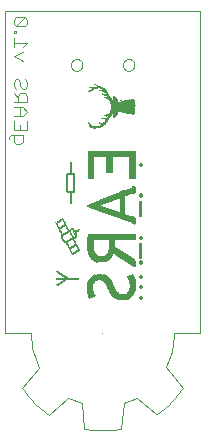
<source format=gbo>
G75*
%MOIN*%
%OFA0B0*%
%FSLAX24Y24*%
%IPPOS*%
%LPD*%
%AMOC8*
5,1,8,0,0,1.08239X$1,22.5*
%
%ADD10C,0.0000*%
%ADD11C,0.0040*%
%ADD12R,0.0008X0.0045*%
%ADD13R,0.0008X0.0037*%
%ADD14R,0.0008X0.0060*%
%ADD15R,0.0008X0.0067*%
%ADD16R,0.0008X0.0090*%
%ADD17R,0.0008X0.0083*%
%ADD18R,0.0008X0.0098*%
%ADD19R,0.0008X0.0517*%
%ADD20R,0.0008X0.0105*%
%ADD21R,0.0008X0.0113*%
%ADD22R,0.0008X0.0120*%
%ADD23R,0.0008X0.0165*%
%ADD24R,0.0008X0.0270*%
%ADD25R,0.0008X0.0345*%
%ADD26R,0.0008X0.0398*%
%ADD27R,0.0008X0.0233*%
%ADD28R,0.0008X0.0210*%
%ADD29R,0.0008X0.0915*%
%ADD30R,0.0008X0.0022*%
%ADD31R,0.0008X0.0450*%
%ADD32R,0.0008X0.0248*%
%ADD33R,0.0008X0.0240*%
%ADD34R,0.0008X0.0922*%
%ADD35R,0.0008X0.0488*%
%ADD36R,0.0008X0.0300*%
%ADD37R,0.0008X0.0525*%
%ADD38R,0.0008X0.0382*%
%ADD39R,0.0008X0.0563*%
%ADD40R,0.0008X0.0435*%
%ADD41R,0.0008X0.0592*%
%ADD42R,0.0008X0.0495*%
%ADD43R,0.0008X0.0623*%
%ADD44R,0.0008X0.0638*%
%ADD45R,0.0008X0.0668*%
%ADD46R,0.0008X0.0690*%
%ADD47R,0.0008X0.0705*%
%ADD48R,0.0008X0.0510*%
%ADD49R,0.0008X0.0712*%
%ADD50R,0.0008X0.0720*%
%ADD51R,0.0008X0.0727*%
%ADD52R,0.0008X0.0735*%
%ADD53R,0.0008X0.0742*%
%ADD54R,0.0008X0.0750*%
%ADD55R,0.0008X0.0480*%
%ADD56R,0.0008X0.0757*%
%ADD57R,0.0008X0.0765*%
%ADD58R,0.0008X0.0225*%
%ADD59R,0.0008X0.0352*%
%ADD60R,0.0008X0.0278*%
%ADD61R,0.0008X0.0473*%
%ADD62R,0.0008X0.0323*%
%ADD63R,0.0008X0.0465*%
%ADD64R,0.0008X0.0308*%
%ADD65R,0.0008X0.0293*%
%ADD66R,0.0008X0.0180*%
%ADD67R,0.0008X0.0158*%
%ADD68R,0.0008X0.0127*%
%ADD69R,0.0008X0.0262*%
%ADD70R,0.0008X0.0255*%
%ADD71R,0.0008X0.0075*%
%ADD72R,0.0008X0.0030*%
%ADD73R,0.0008X0.0015*%
%ADD74R,0.0008X0.0217*%
%ADD75R,0.0008X0.0428*%
%ADD76R,0.0008X0.0150*%
%ADD77R,0.0008X0.0143*%
%ADD78R,0.0008X0.0420*%
%ADD79R,0.0008X0.1020*%
%ADD80R,0.0008X0.0135*%
%ADD81R,0.0008X0.0285*%
%ADD82R,0.0008X0.1013*%
%ADD83R,0.0008X0.1005*%
%ADD84R,0.0008X0.0998*%
%ADD85R,0.0008X0.0990*%
%ADD86R,0.0008X0.0983*%
%ADD87R,0.0008X0.0975*%
%ADD88R,0.0008X0.0315*%
%ADD89R,0.0008X0.0960*%
%ADD90R,0.0008X0.0953*%
%ADD91R,0.0008X0.0053*%
%ADD92R,0.0008X0.0945*%
%ADD93R,0.0008X0.0930*%
%ADD94R,0.0008X0.0330*%
%ADD95R,0.0008X0.0008*%
%ADD96R,0.0008X0.0338*%
%ADD97R,0.0008X0.0907*%
%ADD98R,0.0008X0.0360*%
%ADD99R,0.0008X0.0532*%
%ADD100R,0.0008X0.0578*%
%ADD101R,0.0008X0.0600*%
%ADD102R,0.0008X0.0607*%
%ADD103R,0.0008X0.0203*%
%ADD104R,0.0008X0.0653*%
%ADD105R,0.0008X0.0683*%
%ADD106R,0.0008X0.0660*%
%ADD107R,0.0008X0.0375*%
%ADD108R,0.0008X0.0548*%
%ADD109R,0.0008X0.0390*%
%ADD110R,0.0008X0.0645*%
%ADD111R,0.0008X0.0413*%
%ADD112R,0.0008X0.0457*%
%ADD113R,0.0008X0.0442*%
%ADD114R,0.0008X0.0772*%
%ADD115R,0.0008X0.0780*%
%ADD116R,0.0008X0.0195*%
%ADD117R,0.0008X0.0788*%
%ADD118R,0.0008X0.0795*%
%ADD119R,0.0008X0.0187*%
%ADD120R,0.0008X0.0810*%
%ADD121R,0.0008X0.0173*%
%ADD122R,0.0008X0.0818*%
%ADD123R,0.0008X0.0825*%
%ADD124R,0.0008X0.0833*%
%ADD125R,0.0008X0.0840*%
%ADD126R,0.0008X0.0848*%
%ADD127R,0.0008X0.0405*%
%ADD128R,0.0008X0.0367*%
%ADD129R,0.0008X0.0885*%
%ADD130R,0.0008X0.0877*%
%ADD131R,0.0008X0.0870*%
%ADD132R,0.0008X0.0698*%
%ADD133R,0.0008X0.0862*%
%ADD134R,0.0008X0.0855*%
%ADD135R,0.0008X0.0675*%
%ADD136R,0.0008X0.0630*%
%ADD137R,0.0008X0.0615*%
%ADD138R,0.0008X0.0570*%
%ADD139R,0.0008X0.0540*%
D10*
X000743Y001523D02*
X001318Y002198D01*
X001055Y003348D02*
X000180Y003348D01*
X000180Y014094D01*
X006675Y014094D01*
X006675Y003348D01*
X006680Y003348D02*
X005805Y003348D01*
X005555Y002223D02*
X006118Y001523D01*
X005218Y000636D02*
X004568Y001198D01*
X004143Y001023D02*
X004055Y000161D01*
X002805Y000161D02*
X002743Y001011D01*
X002293Y001198D02*
X001655Y000623D01*
X005555Y002224D02*
X005594Y002304D01*
X005629Y002387D01*
X005661Y002470D01*
X005691Y002555D01*
X005717Y002641D01*
X005739Y002727D01*
X005759Y002815D01*
X005775Y002903D01*
X005788Y002991D01*
X005797Y003080D01*
X005803Y003170D01*
X005806Y003259D01*
X005805Y003349D01*
X001318Y002198D02*
X001276Y002288D01*
X001238Y002380D01*
X001203Y002472D01*
X001172Y002567D01*
X001144Y002662D01*
X001120Y002758D01*
X001100Y002855D01*
X001083Y002953D01*
X001071Y003051D01*
X001062Y003150D01*
X001056Y003249D01*
X001055Y003348D01*
X003430Y003348D02*
X003430Y003336D01*
X002805Y000161D02*
X002908Y000142D01*
X003012Y000127D01*
X003116Y000115D01*
X003221Y000107D01*
X003325Y000102D01*
X003430Y000100D01*
X003535Y000102D01*
X003639Y000107D01*
X003744Y000115D01*
X003848Y000127D01*
X003952Y000142D01*
X004055Y000161D01*
X004143Y001023D02*
X004231Y001052D01*
X004317Y001083D01*
X004402Y001118D01*
X004486Y001157D01*
X004568Y001198D01*
X001655Y000623D02*
X001566Y000683D01*
X001480Y000747D01*
X001395Y000813D01*
X001312Y000882D01*
X001232Y000953D01*
X001154Y001028D01*
X001079Y001104D01*
X001006Y001183D01*
X000936Y001265D01*
X000869Y001349D01*
X000804Y001435D01*
X000743Y001523D01*
X005217Y000636D02*
X005305Y000695D01*
X005390Y000758D01*
X005474Y000823D01*
X005555Y000891D01*
X005634Y000962D01*
X005711Y001035D01*
X005785Y001111D01*
X005857Y001189D01*
X005926Y001269D01*
X005992Y001352D01*
X006056Y001436D01*
X006117Y001523D01*
X002742Y001011D02*
X002649Y001041D01*
X002558Y001075D01*
X002468Y001112D01*
X002379Y001153D01*
X002292Y001198D01*
X002372Y012285D02*
X002374Y012312D01*
X002380Y012339D01*
X002389Y012365D01*
X002402Y012389D01*
X002418Y012412D01*
X002437Y012431D01*
X002459Y012448D01*
X002483Y012462D01*
X002508Y012472D01*
X002535Y012479D01*
X002562Y012482D01*
X002590Y012481D01*
X002617Y012476D01*
X002643Y012468D01*
X002667Y012456D01*
X002690Y012440D01*
X002711Y012422D01*
X002728Y012401D01*
X002743Y012377D01*
X002754Y012352D01*
X002762Y012326D01*
X002766Y012299D01*
X002766Y012271D01*
X002762Y012244D01*
X002754Y012218D01*
X002743Y012193D01*
X002728Y012169D01*
X002711Y012148D01*
X002690Y012130D01*
X002668Y012114D01*
X002643Y012102D01*
X002617Y012094D01*
X002590Y012089D01*
X002562Y012088D01*
X002535Y012091D01*
X002508Y012098D01*
X002483Y012108D01*
X002459Y012122D01*
X002437Y012139D01*
X002418Y012158D01*
X002402Y012181D01*
X002389Y012205D01*
X002380Y012231D01*
X002374Y012258D01*
X002372Y012285D01*
X004104Y012285D02*
X004106Y012312D01*
X004112Y012339D01*
X004121Y012365D01*
X004134Y012389D01*
X004150Y012412D01*
X004169Y012431D01*
X004191Y012448D01*
X004215Y012462D01*
X004240Y012472D01*
X004267Y012479D01*
X004294Y012482D01*
X004322Y012481D01*
X004349Y012476D01*
X004375Y012468D01*
X004399Y012456D01*
X004422Y012440D01*
X004443Y012422D01*
X004460Y012401D01*
X004475Y012377D01*
X004486Y012352D01*
X004494Y012326D01*
X004498Y012299D01*
X004498Y012271D01*
X004494Y012244D01*
X004486Y012218D01*
X004475Y012193D01*
X004460Y012169D01*
X004443Y012148D01*
X004422Y012130D01*
X004400Y012114D01*
X004375Y012102D01*
X004349Y012094D01*
X004322Y012089D01*
X004294Y012088D01*
X004267Y012091D01*
X004240Y012098D01*
X004215Y012108D01*
X004191Y012122D01*
X004169Y012139D01*
X004150Y012158D01*
X004134Y012181D01*
X004121Y012205D01*
X004112Y012231D01*
X004106Y012258D01*
X004104Y012285D01*
D11*
X000928Y011725D02*
X000928Y011572D01*
X000851Y011495D01*
X000774Y011495D01*
X000698Y011572D01*
X000698Y011725D01*
X000621Y011802D01*
X000544Y011802D01*
X000468Y011725D01*
X000468Y011572D01*
X000544Y011495D01*
X000468Y011341D02*
X000621Y011188D01*
X000621Y011265D02*
X000621Y011034D01*
X000698Y010881D02*
X000698Y010574D01*
X000774Y010574D02*
X000928Y010728D01*
X000774Y010881D01*
X000468Y010881D01*
X000468Y011034D02*
X000928Y011034D01*
X000928Y011265D01*
X000851Y011341D01*
X000698Y011341D01*
X000621Y011265D01*
X000928Y011725D02*
X000851Y011802D01*
X000774Y012416D02*
X000468Y012569D01*
X000774Y012723D01*
X000774Y012876D02*
X000928Y013030D01*
X000468Y013030D01*
X000468Y013183D02*
X000468Y012876D01*
X000468Y013336D02*
X000468Y013413D01*
X000544Y013413D01*
X000544Y013336D01*
X000468Y013336D01*
X000544Y013567D02*
X000851Y013874D01*
X000544Y013874D01*
X000468Y013797D01*
X000468Y013643D01*
X000544Y013567D01*
X000851Y013567D01*
X000928Y013643D01*
X000928Y013797D01*
X000851Y013874D01*
X000774Y010574D02*
X000468Y010574D01*
X000468Y010421D02*
X000468Y010114D01*
X000928Y010114D01*
X000928Y010421D01*
X000698Y010267D02*
X000698Y010114D01*
X000774Y009960D02*
X000774Y009730D01*
X000698Y009653D01*
X000544Y009653D01*
X000468Y009730D01*
X000468Y009960D01*
X000391Y009960D02*
X000774Y009960D01*
X000391Y009960D02*
X000314Y009884D01*
X000314Y009807D01*
D12*
X001988Y007050D03*
X001995Y007057D03*
X002010Y007065D03*
X002018Y007072D03*
X002033Y007080D03*
X002040Y007087D03*
X002048Y007095D03*
X002063Y007102D03*
X002070Y007110D03*
X002078Y007117D03*
X002085Y007117D03*
X002093Y007125D03*
X002100Y007132D03*
X002115Y007140D03*
X002183Y006937D03*
X002190Y006937D03*
X002175Y006930D03*
X002168Y006922D03*
X002160Y006922D03*
X002153Y006915D03*
X002138Y006907D03*
X002130Y006900D03*
X002123Y006900D03*
X002115Y006892D03*
X002108Y006885D03*
X002100Y006885D03*
X002093Y006877D03*
X002085Y006870D03*
X002078Y006870D03*
X002070Y006862D03*
X002063Y006855D03*
X002055Y006855D03*
X002048Y006847D03*
X002040Y006840D03*
X001958Y007027D03*
X001965Y007035D03*
X001980Y007042D03*
X002183Y006652D03*
X002190Y006652D03*
X002198Y006660D03*
X002205Y006660D03*
X002213Y006667D03*
X002228Y006675D03*
X002243Y006682D03*
X002258Y006690D03*
X002265Y006697D03*
X002273Y006697D03*
X002280Y006705D03*
X002288Y006705D03*
X002295Y006712D03*
X002340Y006735D03*
X002348Y006742D03*
X002355Y006742D03*
X002363Y006750D03*
X002408Y006810D03*
X002415Y006817D03*
X002430Y006817D03*
X002453Y006810D03*
X002468Y006802D03*
X002475Y006795D03*
X002528Y006742D03*
X002535Y006742D03*
X002565Y006750D03*
X002640Y006765D03*
X002550Y006525D03*
X002505Y006525D03*
X002498Y006532D03*
X002453Y006502D03*
X002445Y006502D03*
X002438Y006495D03*
X002430Y006487D03*
X002423Y006487D03*
X002415Y006480D03*
X002408Y006472D03*
X002400Y006472D03*
X002393Y006465D03*
X002385Y006465D03*
X002378Y006457D03*
X002370Y006450D03*
X002363Y006450D03*
X002355Y006442D03*
X002348Y006435D03*
X002340Y006435D03*
X002333Y006427D03*
X002318Y006420D03*
X002310Y006412D03*
X002303Y006412D03*
X002295Y006405D03*
X002288Y006397D03*
X002280Y006397D03*
X002228Y006375D03*
X002213Y006382D03*
X002198Y006390D03*
X002190Y006397D03*
X002138Y006622D03*
X002130Y006622D03*
X002145Y006630D03*
X002160Y006637D03*
X002175Y006645D03*
X002400Y006187D03*
X002393Y006180D03*
X002385Y006180D03*
X002415Y006195D03*
X002423Y006202D03*
X002430Y006202D03*
X002438Y006210D03*
X002445Y006217D03*
X002453Y006217D03*
X002460Y006225D03*
X002468Y006232D03*
X002475Y006232D03*
X002483Y006240D03*
X002490Y006240D03*
X002498Y006247D03*
X002505Y006255D03*
X002513Y006255D03*
X002520Y006262D03*
X002528Y006270D03*
X002535Y006270D03*
X002543Y006277D03*
X002640Y006097D03*
X002633Y006090D03*
X002625Y006082D03*
X002618Y006082D03*
X002610Y006075D03*
X002603Y006075D03*
X002595Y006067D03*
X002588Y006060D03*
X002580Y006060D03*
X002573Y006052D03*
X002565Y006052D03*
X002558Y006045D03*
X002550Y006037D03*
X002543Y006037D03*
X002535Y006030D03*
X002528Y006030D03*
X002520Y006022D03*
X002513Y006015D03*
X002505Y006015D03*
X002498Y006007D03*
X002490Y006007D03*
X002483Y006000D03*
X002475Y005992D03*
X002468Y005992D03*
X002460Y005985D03*
X002453Y005985D03*
X002138Y005265D03*
X002130Y005265D03*
X002123Y005272D03*
X002115Y005280D03*
X002108Y005280D03*
X002100Y005287D03*
X002093Y005295D03*
X002085Y005295D03*
X002078Y005302D03*
X002070Y005310D03*
X002063Y005310D03*
X002055Y005317D03*
X002048Y005325D03*
X002040Y005325D03*
X002033Y005332D03*
X002025Y005340D03*
X002018Y005340D03*
X002010Y005347D03*
X002003Y005355D03*
X001995Y005355D03*
X001988Y005362D03*
X001980Y005370D03*
X001973Y005370D03*
X001965Y005377D03*
X001950Y005385D03*
X001943Y005392D03*
X002115Y005055D03*
X002108Y005047D03*
X002093Y005040D03*
X002085Y005032D03*
X002070Y005025D03*
X002063Y005017D03*
X002048Y005010D03*
X002040Y005002D03*
X002025Y004995D03*
X002018Y004987D03*
X002003Y004980D03*
X001995Y004972D03*
X001980Y004965D03*
X001973Y004957D03*
X001958Y004950D03*
X001950Y004942D03*
X001935Y004935D03*
X002130Y005062D03*
X002138Y005070D03*
X002153Y005077D03*
X002160Y005085D03*
X002175Y005092D03*
X002183Y005100D03*
X002198Y005107D03*
X002205Y005115D03*
X002280Y005167D03*
X002288Y005167D03*
X002213Y005212D03*
X002205Y005220D03*
X002198Y005220D03*
X002190Y005227D03*
X002183Y005235D03*
X002175Y005235D03*
X002168Y005242D03*
X002160Y005250D03*
X002153Y005250D03*
X002145Y005257D03*
X002378Y008662D03*
X003158Y010222D03*
X003165Y010222D03*
X003173Y010222D03*
X003180Y010222D03*
X003188Y010222D03*
X003195Y010222D03*
X003203Y010222D03*
X003210Y010222D03*
X003248Y010215D03*
X003563Y010485D03*
X003615Y010605D03*
X003623Y010605D03*
X003630Y010605D03*
X003638Y011167D03*
X003623Y011175D03*
X003578Y011287D03*
X003570Y011287D03*
X003563Y011287D03*
X003480Y011415D03*
X003293Y011535D03*
X003218Y011520D03*
X003210Y011520D03*
X003203Y011520D03*
X003195Y011520D03*
X003135Y011475D03*
X003128Y011475D03*
X003120Y011467D03*
X003105Y011460D03*
X003090Y011452D03*
X004680Y008947D03*
X004785Y008947D03*
X004785Y007935D03*
X004680Y007935D03*
X004680Y005700D03*
X004785Y005700D03*
X004680Y005212D03*
X004680Y004875D03*
X004785Y004875D03*
X004785Y004530D03*
X004680Y004530D03*
D13*
X004785Y005216D03*
X004290Y005216D03*
X004680Y006506D03*
X004785Y006506D03*
X003240Y010218D03*
X003233Y010218D03*
X003225Y010218D03*
X003218Y010218D03*
X003098Y010203D03*
X003068Y010263D03*
X003060Y010263D03*
X003053Y010271D03*
X003045Y010278D03*
X003038Y010286D03*
X003030Y010293D03*
X003023Y010301D03*
X003015Y010308D03*
X003008Y010316D03*
X003420Y010331D03*
X003428Y010331D03*
X003435Y010331D03*
X003443Y010331D03*
X003450Y010331D03*
X003458Y010331D03*
X003540Y010481D03*
X003548Y010481D03*
X003555Y010481D03*
X003570Y010593D03*
X003578Y010593D03*
X003593Y010601D03*
X003600Y010601D03*
X003608Y010601D03*
X003630Y011171D03*
X003615Y011178D03*
X003608Y011178D03*
X003600Y011178D03*
X003555Y011291D03*
X003548Y011291D03*
X003540Y011291D03*
X003533Y011291D03*
X003525Y011291D03*
X003473Y011411D03*
X003465Y011411D03*
X003458Y011411D03*
X003285Y011531D03*
X003270Y011523D03*
X003263Y011523D03*
X003255Y011523D03*
X003248Y011523D03*
X003240Y011523D03*
X003233Y011523D03*
X003225Y011523D03*
X003135Y011523D03*
X003113Y011463D03*
X003098Y011456D03*
X003083Y011448D03*
X003075Y011441D03*
X003068Y011441D03*
X003060Y011433D03*
X003053Y011426D03*
X003038Y011418D03*
X003953Y010676D03*
X004095Y011066D03*
X002483Y008658D03*
X002475Y008658D03*
X002468Y008658D03*
X002460Y008658D03*
X002453Y008658D03*
X002445Y008658D03*
X002438Y008658D03*
X002430Y008658D03*
X002423Y008658D03*
X002370Y008658D03*
X002363Y008658D03*
X002355Y008658D03*
X002348Y008658D03*
X002340Y008658D03*
X002333Y008658D03*
X002325Y008658D03*
X002318Y008658D03*
X002310Y008658D03*
X002303Y008658D03*
X002303Y008036D03*
X002310Y008036D03*
X002318Y008036D03*
X002325Y008036D03*
X002333Y008036D03*
X002340Y008036D03*
X002348Y008036D03*
X002355Y008036D03*
X002363Y008036D03*
X002370Y008036D03*
X002378Y008036D03*
X002423Y008036D03*
X002430Y008036D03*
X002438Y008036D03*
X002445Y008036D03*
X002453Y008036D03*
X002460Y008036D03*
X002468Y008036D03*
X002475Y008036D03*
X002483Y008036D03*
X002423Y006821D03*
X002438Y006813D03*
X002445Y006813D03*
X002460Y006806D03*
X002483Y006731D03*
X002543Y006746D03*
X002550Y006746D03*
X002558Y006746D03*
X002573Y006753D03*
X002648Y006768D03*
X002520Y006648D03*
X002520Y006521D03*
X002513Y006521D03*
X002528Y006521D03*
X002535Y006521D03*
X002543Y006521D03*
X002408Y006191D03*
X002325Y006423D03*
X002235Y006371D03*
X002220Y006378D03*
X002205Y006386D03*
X002153Y006633D03*
X002168Y006641D03*
X002220Y006671D03*
X002235Y006678D03*
X002250Y006686D03*
X002303Y006716D03*
X002678Y006116D03*
X002663Y005163D03*
X002655Y005163D03*
X002648Y005163D03*
X002640Y005163D03*
X002633Y005163D03*
X002625Y005163D03*
X002618Y005163D03*
X002610Y005163D03*
X002603Y005163D03*
X002595Y005163D03*
X002588Y005163D03*
X002580Y005163D03*
X002573Y005163D03*
X002565Y005163D03*
X002558Y005163D03*
X002550Y005163D03*
X002543Y005163D03*
X002535Y005163D03*
X002528Y005163D03*
X002520Y005163D03*
X002513Y005163D03*
X002505Y005163D03*
X002498Y005163D03*
X002490Y005163D03*
X002483Y005163D03*
X002475Y005163D03*
X002468Y005163D03*
X002460Y005163D03*
X002453Y005163D03*
X002445Y005163D03*
X002438Y005163D03*
X002430Y005163D03*
X002423Y005163D03*
X002415Y005163D03*
X002408Y005163D03*
X002400Y005163D03*
X002393Y005163D03*
X002385Y005163D03*
X002378Y005163D03*
X002370Y005163D03*
X002363Y005163D03*
X002355Y005163D03*
X002348Y005163D03*
X002340Y005163D03*
X002333Y005163D03*
X002325Y005163D03*
X002318Y005163D03*
X002310Y005163D03*
X002303Y005163D03*
X002295Y005163D03*
X002213Y005163D03*
X002205Y005163D03*
X002198Y005163D03*
X002190Y005163D03*
X002183Y005163D03*
X002175Y005163D03*
X002168Y005163D03*
X002160Y005163D03*
X002153Y005163D03*
X002145Y005163D03*
X002138Y005163D03*
X002130Y005163D03*
X002123Y005163D03*
X002115Y005163D03*
X002108Y005163D03*
X002100Y005163D03*
X002093Y005163D03*
X002085Y005163D03*
X002078Y005163D03*
X002070Y005163D03*
X002063Y005163D03*
X002055Y005163D03*
X002048Y005163D03*
X002040Y005163D03*
X002033Y005163D03*
X002025Y005163D03*
X002018Y005163D03*
X002010Y005163D03*
X002003Y005163D03*
X001995Y005163D03*
X001988Y005163D03*
X001980Y005163D03*
X001973Y005163D03*
X001965Y005163D03*
X001958Y005163D03*
X001950Y005163D03*
X001943Y005163D03*
X001935Y005163D03*
X001928Y005163D03*
X001920Y005163D03*
X001958Y005381D03*
X001935Y005396D03*
X002123Y005058D03*
X002145Y005073D03*
X002168Y005088D03*
X002190Y005103D03*
X002213Y005118D03*
X002100Y005043D03*
X002078Y005028D03*
X002055Y005013D03*
X002033Y004998D03*
X002010Y004983D03*
X001988Y004968D03*
X001965Y004953D03*
X001943Y004938D03*
D14*
X002273Y005167D03*
X002670Y006120D03*
X002445Y006585D03*
X002333Y006742D03*
X002483Y006787D03*
X002550Y006667D03*
X002625Y006757D03*
X002948Y007590D03*
X002955Y007590D03*
X002138Y006450D03*
X002145Y006442D03*
X003128Y010222D03*
X003135Y010222D03*
X003143Y010222D03*
X003150Y010222D03*
X003293Y010207D03*
X003300Y010207D03*
X003308Y010207D03*
X003315Y010207D03*
X003330Y010215D03*
X003338Y010215D03*
X003353Y010222D03*
X003360Y010222D03*
X003375Y010230D03*
X003390Y010237D03*
X003398Y010237D03*
X003405Y010245D03*
X003413Y010245D03*
X003420Y010252D03*
X003428Y010252D03*
X003435Y010260D03*
X003450Y010267D03*
X003458Y010275D03*
X003443Y011512D03*
X003435Y011512D03*
X003428Y011520D03*
X003413Y011527D03*
X003405Y011527D03*
X003390Y011535D03*
X003383Y011535D03*
X003375Y011542D03*
X003368Y011542D03*
X003360Y011542D03*
X003173Y011512D03*
X004118Y011062D03*
X004298Y005212D03*
X004688Y004530D03*
X004778Y004530D03*
D15*
X004778Y004878D03*
X004688Y004878D03*
X004688Y005216D03*
X004778Y005216D03*
X004778Y005696D03*
X004688Y005696D03*
X004688Y006506D03*
X004778Y006506D03*
X004778Y007931D03*
X004688Y007931D03*
X004688Y008943D03*
X004778Y008943D03*
X004133Y011058D03*
X004125Y011058D03*
X003458Y011501D03*
X003450Y011508D03*
X003353Y011546D03*
X003345Y011546D03*
X003165Y011508D03*
X003158Y011508D03*
X003443Y010263D03*
X003285Y010203D03*
X003278Y010203D03*
X003270Y010203D03*
X003263Y010203D03*
X003255Y010203D03*
X003120Y010218D03*
X002963Y007586D03*
X002618Y006746D03*
X002513Y006753D03*
X002438Y006596D03*
X002250Y006363D03*
X002445Y005988D03*
X002265Y005163D03*
X003180Y004593D03*
D16*
X002430Y006007D03*
X002423Y006022D03*
X002415Y006037D03*
X002408Y006052D03*
X002303Y006270D03*
X002295Y006285D03*
X002288Y006300D03*
X002280Y006315D03*
X002258Y006360D03*
X002123Y006480D03*
X002018Y006810D03*
X001965Y006907D03*
X001958Y006922D03*
X001928Y006982D03*
X002153Y007095D03*
X002160Y007080D03*
X002168Y007065D03*
X002175Y007050D03*
X002183Y007035D03*
X002190Y007020D03*
X002213Y006975D03*
X002273Y006847D03*
X002280Y006832D03*
X002288Y006817D03*
X002295Y006802D03*
X002303Y006787D03*
X002415Y006637D03*
X002498Y006757D03*
X002588Y006727D03*
X002595Y006735D03*
X002985Y007590D03*
X002993Y007590D03*
X002250Y005167D03*
X003495Y010312D03*
X003518Y010335D03*
X003525Y010342D03*
X004148Y011055D03*
X004695Y008947D03*
X004703Y008947D03*
X004763Y008947D03*
X004770Y008947D03*
X004763Y005700D03*
X004703Y005700D03*
X004695Y005700D03*
X004695Y004530D03*
X004703Y004530D03*
X004763Y004530D03*
X004770Y004530D03*
D17*
X004770Y004878D03*
X004695Y004878D03*
X004695Y005216D03*
X004770Y005216D03*
X004770Y005696D03*
X004770Y006506D03*
X004695Y006506D03*
X004695Y007931D03*
X004770Y007931D03*
X004140Y011058D03*
X003480Y011486D03*
X003315Y011553D03*
X003308Y011553D03*
X003300Y011553D03*
X003143Y011501D03*
X002978Y007586D03*
X002603Y006738D03*
X002505Y006753D03*
X002423Y006618D03*
X002498Y006446D03*
X002505Y006431D03*
X002513Y006416D03*
X002520Y006401D03*
X002528Y006386D03*
X002535Y006371D03*
X002543Y006356D03*
X002565Y006311D03*
X002573Y006296D03*
X002580Y006281D03*
X002588Y006273D03*
X002595Y006258D03*
X002603Y006243D03*
X002610Y006228D03*
X002618Y006213D03*
X002625Y006198D03*
X002633Y006183D03*
X002640Y006168D03*
X002438Y005996D03*
X002400Y006071D03*
X002393Y006086D03*
X002385Y006101D03*
X002363Y006146D03*
X002355Y006161D03*
X002348Y006176D03*
X002340Y006191D03*
X002333Y006206D03*
X002325Y006221D03*
X002318Y006236D03*
X002310Y006251D03*
X002085Y006671D03*
X002078Y006686D03*
X002070Y006701D03*
X002063Y006716D03*
X002055Y006731D03*
X002048Y006746D03*
X002040Y006761D03*
X002010Y006821D03*
X002003Y006836D03*
X001995Y006851D03*
X001988Y006866D03*
X001980Y006881D03*
X001973Y006896D03*
X001950Y006933D03*
X002145Y007113D03*
X002138Y007128D03*
X002220Y006956D03*
X002228Y006941D03*
X002235Y006926D03*
X002243Y006911D03*
X002250Y006896D03*
X002258Y006881D03*
X002265Y006866D03*
X002325Y006746D03*
X003173Y004601D03*
D18*
X002655Y006131D03*
X002370Y006138D03*
X002085Y006566D03*
X002318Y006753D03*
X002370Y006746D03*
X002408Y006656D03*
X002490Y006761D03*
X002580Y006723D03*
X003000Y007586D03*
X002243Y005163D03*
X004313Y005201D03*
X004703Y005216D03*
X004763Y005216D03*
X004763Y004878D03*
X004703Y004878D03*
X004703Y006506D03*
X004763Y006506D03*
X004763Y007931D03*
X004703Y007931D03*
X003503Y010316D03*
X003510Y010323D03*
X003488Y010308D03*
X003473Y010301D03*
X003533Y010353D03*
X003803Y010571D03*
X004155Y011051D03*
X004163Y011051D03*
X003563Y011388D03*
D19*
X004695Y007496D03*
X004703Y007496D03*
X004710Y007496D03*
X004718Y007496D03*
X004725Y007496D03*
X004733Y007496D03*
X004740Y007496D03*
X004748Y007496D03*
X004755Y007496D03*
X004763Y007496D03*
X004763Y006093D03*
X004755Y006093D03*
X004748Y006093D03*
X004740Y006093D03*
X004733Y006093D03*
X004725Y006093D03*
X004718Y006093D03*
X004710Y006093D03*
X004703Y006093D03*
X004695Y006093D03*
X003150Y006011D03*
D20*
X002558Y006315D03*
X002588Y006592D03*
X002265Y006352D03*
X002025Y006802D03*
X002205Y006982D03*
X003008Y007590D03*
X003015Y007590D03*
X002235Y005167D03*
X003465Y010297D03*
X003480Y010305D03*
X003540Y010365D03*
X003578Y011370D03*
X003570Y011377D03*
X003555Y011400D03*
X004170Y011047D03*
X004710Y008947D03*
X004718Y008947D03*
X004725Y008947D03*
X004740Y008947D03*
X004748Y008947D03*
X004755Y008947D03*
X004755Y007935D03*
X004748Y007935D03*
X004718Y007935D03*
X004710Y007935D03*
X004710Y006510D03*
X004755Y006510D03*
X004755Y005700D03*
X004748Y005700D03*
X004718Y005700D03*
X004710Y005700D03*
X004710Y005212D03*
X004755Y005212D03*
X004755Y004875D03*
X004748Y004875D03*
X004718Y004875D03*
X004710Y004875D03*
X004710Y004530D03*
X004718Y004530D03*
X004725Y004530D03*
X004740Y004530D03*
X004748Y004530D03*
X004755Y004530D03*
D21*
X004740Y004878D03*
X004733Y004878D03*
X004725Y004878D03*
X004725Y005216D03*
X004718Y005216D03*
X004733Y005216D03*
X004740Y005216D03*
X004748Y005216D03*
X004740Y005696D03*
X004733Y005696D03*
X004725Y005696D03*
X004320Y005193D03*
X004718Y006506D03*
X004725Y006506D03*
X004733Y006506D03*
X004740Y006506D03*
X004748Y006506D03*
X004740Y007931D03*
X004733Y007931D03*
X004725Y007931D03*
X003548Y010376D03*
X003548Y011403D03*
X003540Y011411D03*
X004178Y011043D03*
X004185Y011043D03*
X002558Y006648D03*
X001935Y006978D03*
X003165Y004608D03*
D22*
X002648Y006135D03*
X002460Y006532D03*
X002310Y006757D03*
X002378Y006135D03*
X002228Y005167D03*
X003023Y007590D03*
X003030Y007590D03*
X003555Y010387D03*
X003563Y010395D03*
X003630Y010492D03*
X003638Y010507D03*
X003645Y010515D03*
X003533Y011422D03*
X003525Y011430D03*
X003518Y011437D03*
X004733Y008947D03*
X004733Y004530D03*
D23*
X004560Y004950D03*
X003090Y007590D03*
X003083Y007590D03*
X002385Y006735D03*
X003570Y010425D03*
X003720Y010657D03*
X003818Y010597D03*
X003698Y011152D03*
X003683Y011175D03*
X003675Y011182D03*
X003668Y011197D03*
X003825Y011175D03*
D24*
X004215Y010822D03*
X004223Y010815D03*
X003225Y007590D03*
X003540Y005145D03*
X003923Y004605D03*
X004553Y004950D03*
D25*
X004545Y004950D03*
X003855Y004680D03*
X003668Y005955D03*
X003990Y010890D03*
X003998Y010890D03*
X004005Y010890D03*
X004013Y010890D03*
X004020Y010890D03*
X004028Y010890D03*
X004035Y010890D03*
X004043Y010890D03*
X004050Y010890D03*
D26*
X003803Y010886D03*
X003645Y005013D03*
X003810Y004743D03*
X004538Y004953D03*
D27*
X004268Y004571D03*
X004260Y004563D03*
X004253Y004563D03*
X003998Y004563D03*
X003990Y004563D03*
X003975Y004571D03*
X003480Y005178D03*
X003473Y005178D03*
X003465Y005186D03*
X003218Y005178D03*
X003210Y005171D03*
X003203Y005171D03*
X003338Y005808D03*
X003345Y005808D03*
X003308Y005816D03*
X003300Y005816D03*
X003525Y005823D03*
X003548Y005831D03*
X003563Y005838D03*
X003570Y005838D03*
X003578Y005846D03*
X003878Y006078D03*
X003915Y006056D03*
X004335Y007158D03*
X004343Y007158D03*
X004358Y007151D03*
X004365Y007151D03*
X004380Y007143D03*
X004388Y007143D03*
X004395Y007136D03*
X004403Y007136D03*
X004410Y007136D03*
X004418Y007128D03*
X004425Y007128D03*
X004433Y007128D03*
X004440Y007121D03*
X004448Y007121D03*
X004463Y007113D03*
X004470Y007113D03*
X004485Y007106D03*
X004493Y007106D03*
X004508Y007098D03*
X004515Y007098D03*
X004530Y007091D03*
X004538Y007091D03*
X004298Y008043D03*
X004320Y008051D03*
X004335Y008058D03*
X004343Y008058D03*
X004358Y008066D03*
X004365Y008066D03*
X004373Y008073D03*
X004380Y008073D03*
X004388Y008073D03*
X004395Y008081D03*
X004403Y008081D03*
X004410Y008088D03*
X004418Y008088D03*
X004425Y008088D03*
X004433Y008096D03*
X004440Y008096D03*
X004455Y008103D03*
X004463Y008103D03*
X004478Y008111D03*
X004500Y008118D03*
X004538Y008133D03*
X004538Y005666D03*
X003173Y007593D03*
X002955Y006273D03*
D28*
X003165Y006540D03*
X003173Y006540D03*
X003180Y006540D03*
X003188Y006540D03*
X003195Y006540D03*
X003203Y006540D03*
X003210Y006540D03*
X003218Y006540D03*
X003225Y006540D03*
X003233Y006540D03*
X003240Y006540D03*
X003248Y006540D03*
X003255Y006540D03*
X003263Y006540D03*
X003270Y006540D03*
X003278Y006540D03*
X003285Y006540D03*
X003293Y006540D03*
X003300Y006540D03*
X003308Y006540D03*
X003315Y006540D03*
X003323Y006540D03*
X003330Y006540D03*
X003338Y006540D03*
X003345Y006540D03*
X003353Y006540D03*
X003360Y006540D03*
X003368Y006540D03*
X003375Y006540D03*
X003383Y006540D03*
X003390Y006540D03*
X003398Y006540D03*
X003405Y006540D03*
X003413Y006540D03*
X003420Y006540D03*
X003428Y006540D03*
X003435Y006540D03*
X003443Y006540D03*
X003450Y006540D03*
X003458Y006540D03*
X003465Y006540D03*
X003473Y006540D03*
X003480Y006540D03*
X003488Y006540D03*
X003495Y006540D03*
X003503Y006540D03*
X003510Y006540D03*
X003518Y006540D03*
X003525Y006540D03*
X003533Y006540D03*
X003540Y006540D03*
X003548Y006540D03*
X003555Y006540D03*
X003563Y006540D03*
X003570Y006540D03*
X003578Y006540D03*
X003585Y006540D03*
X003593Y006540D03*
X003600Y006540D03*
X003608Y006540D03*
X003615Y006540D03*
X003623Y006540D03*
X003630Y006540D03*
X003638Y006540D03*
X003645Y006540D03*
X003653Y006540D03*
X003660Y006540D03*
X003668Y006540D03*
X003855Y006540D03*
X003863Y006540D03*
X003870Y006540D03*
X003878Y006540D03*
X003885Y006540D03*
X003893Y006540D03*
X003900Y006540D03*
X003908Y006540D03*
X003915Y006540D03*
X003923Y006540D03*
X003930Y006540D03*
X003938Y006540D03*
X003945Y006540D03*
X003953Y006540D03*
X003960Y006540D03*
X003968Y006540D03*
X003975Y006540D03*
X003983Y006540D03*
X003990Y006540D03*
X003998Y006540D03*
X004005Y006540D03*
X004013Y006540D03*
X004020Y006540D03*
X004028Y006540D03*
X004035Y006540D03*
X004043Y006540D03*
X004050Y006540D03*
X004058Y006540D03*
X004065Y006540D03*
X004073Y006540D03*
X004080Y006540D03*
X004088Y006540D03*
X004095Y006540D03*
X004103Y006540D03*
X004110Y006540D03*
X004118Y006540D03*
X004125Y006540D03*
X004133Y006540D03*
X004140Y006540D03*
X004148Y006540D03*
X004155Y006540D03*
X004163Y006540D03*
X004170Y006540D03*
X004178Y006540D03*
X004185Y006540D03*
X004193Y006540D03*
X004200Y006540D03*
X004208Y006540D03*
X004215Y006540D03*
X004223Y006540D03*
X004230Y006540D03*
X004238Y006540D03*
X004245Y006540D03*
X004253Y006540D03*
X004260Y006540D03*
X004268Y006540D03*
X004275Y006540D03*
X004283Y006540D03*
X004290Y006540D03*
X004298Y006540D03*
X004305Y006540D03*
X004313Y006540D03*
X004320Y006540D03*
X004328Y006540D03*
X004335Y006540D03*
X004343Y006540D03*
X004350Y006540D03*
X004358Y006540D03*
X004365Y006540D03*
X004373Y006540D03*
X004380Y006540D03*
X004388Y006540D03*
X004395Y006540D03*
X004403Y006540D03*
X004410Y006540D03*
X004418Y006540D03*
X004425Y006540D03*
X004433Y006540D03*
X004440Y006540D03*
X004448Y006540D03*
X004455Y006540D03*
X004463Y006540D03*
X004470Y006540D03*
X004478Y006540D03*
X004485Y006540D03*
X004493Y006540D03*
X004500Y006540D03*
X004508Y006540D03*
X004515Y006540D03*
X004523Y006540D03*
X004530Y006540D03*
X004538Y006540D03*
X004350Y005160D03*
X004155Y004537D03*
X004148Y004537D03*
X004140Y004537D03*
X004133Y004537D03*
X004125Y004537D03*
X004118Y004537D03*
X004110Y004537D03*
X004103Y004537D03*
X004058Y004545D03*
X003375Y005205D03*
X003368Y005205D03*
X003360Y005205D03*
X003353Y005205D03*
X003345Y005205D03*
X003338Y005205D03*
X003330Y005205D03*
X003323Y005205D03*
X003315Y005205D03*
X003278Y005197D03*
X002400Y006727D03*
X002115Y006555D03*
X002108Y006562D03*
X002100Y006577D03*
X003143Y007590D03*
X003150Y007590D03*
X003645Y007402D03*
X003653Y007402D03*
X003668Y007395D03*
X003675Y007395D03*
X003690Y007387D03*
X003698Y007387D03*
X003713Y007380D03*
X003720Y007380D03*
X003728Y007372D03*
X003735Y007372D03*
X003743Y007372D03*
X003750Y007365D03*
X003758Y007365D03*
X003765Y007365D03*
X003773Y007357D03*
X003780Y007357D03*
X003795Y007350D03*
X003803Y007350D03*
X003818Y007342D03*
X003825Y007342D03*
X003840Y007335D03*
X003810Y007860D03*
X003833Y007867D03*
X003848Y007875D03*
X003855Y007875D03*
X003870Y007882D03*
X003878Y007882D03*
X003885Y007890D03*
X003893Y007890D03*
X003908Y007897D03*
X003915Y007897D03*
X003923Y007905D03*
X003930Y007905D03*
X003938Y007905D03*
X003945Y007912D03*
X003953Y007912D03*
X003968Y007920D03*
X003975Y007920D03*
X003990Y007927D03*
X004013Y007935D03*
X004013Y009307D03*
X004020Y009307D03*
X004028Y009307D03*
X004035Y009307D03*
X004043Y009307D03*
X004050Y009307D03*
X004058Y009307D03*
X004065Y009307D03*
X004073Y009307D03*
X004080Y009307D03*
X004088Y009307D03*
X004095Y009307D03*
X004103Y009307D03*
X004110Y009307D03*
X004118Y009307D03*
X004125Y009307D03*
X004133Y009307D03*
X004140Y009307D03*
X004148Y009307D03*
X004155Y009307D03*
X004163Y009307D03*
X004170Y009307D03*
X004178Y009307D03*
X004185Y009307D03*
X004193Y009307D03*
X004200Y009307D03*
X004208Y009307D03*
X004215Y009307D03*
X004223Y009307D03*
X004230Y009307D03*
X004238Y009307D03*
X004245Y009307D03*
X004253Y009307D03*
X004260Y009307D03*
X004268Y009307D03*
X004275Y009307D03*
X004283Y009307D03*
X004290Y009307D03*
X004298Y009307D03*
X004305Y009307D03*
X004313Y009307D03*
X004320Y009307D03*
X004328Y009307D03*
X004335Y009307D03*
X004343Y009307D03*
X004005Y009307D03*
X003998Y009307D03*
X003990Y009307D03*
X003983Y009307D03*
X003975Y009307D03*
X003968Y009307D03*
X003960Y009307D03*
X003953Y009307D03*
X003945Y009307D03*
X003938Y009307D03*
X003930Y009307D03*
X003923Y009307D03*
X003915Y009307D03*
X003908Y009307D03*
X003900Y009307D03*
X003893Y009307D03*
X003885Y009307D03*
X003878Y009307D03*
X003870Y009307D03*
X003863Y009307D03*
X003855Y009307D03*
X003848Y009307D03*
X003840Y009307D03*
X003833Y009307D03*
X003825Y009307D03*
X003818Y009307D03*
X003810Y009307D03*
X003803Y009307D03*
X003795Y009307D03*
X003788Y009307D03*
X003780Y009307D03*
X003593Y009307D03*
X003585Y009307D03*
X003578Y009307D03*
X003570Y009307D03*
X003563Y009307D03*
X003555Y009307D03*
X003548Y009307D03*
X003540Y009307D03*
X003533Y009307D03*
X003525Y009307D03*
X003518Y009307D03*
X003510Y009307D03*
X003503Y009307D03*
X003495Y009307D03*
X003488Y009307D03*
X003480Y009307D03*
X003473Y009307D03*
X003465Y009307D03*
X003458Y009307D03*
X003450Y009307D03*
X003443Y009307D03*
X003435Y009307D03*
X003428Y009307D03*
X003420Y009307D03*
X003413Y009307D03*
X003405Y009307D03*
X003398Y009307D03*
X003390Y009307D03*
X003383Y009307D03*
X003375Y009307D03*
X003368Y009307D03*
X003360Y009307D03*
X003353Y009307D03*
X003345Y009307D03*
X003338Y009307D03*
X003330Y009307D03*
X003323Y009307D03*
X003315Y009307D03*
X003308Y009307D03*
X003300Y009307D03*
X003293Y009307D03*
X003285Y009307D03*
X003278Y009307D03*
X003270Y009307D03*
X003263Y009307D03*
X003255Y009307D03*
X003248Y009307D03*
X003240Y009307D03*
X003233Y009307D03*
X003225Y009307D03*
X003218Y009307D03*
X003210Y009307D03*
X003203Y009307D03*
X003195Y009307D03*
X003188Y009307D03*
X003180Y009307D03*
X003173Y009307D03*
X003165Y009307D03*
X004530Y010897D03*
D29*
X004538Y008955D03*
X004065Y007605D03*
X004058Y007605D03*
D30*
X003248Y010173D03*
X003240Y010173D03*
X003233Y010173D03*
X003210Y010166D03*
X003060Y010196D03*
X003053Y010196D03*
X002985Y010346D03*
X003360Y010331D03*
X003368Y010331D03*
X003375Y010331D03*
X003383Y010331D03*
X003390Y010331D03*
X003398Y010331D03*
X003405Y010331D03*
X003413Y010331D03*
X003450Y010473D03*
X003458Y010473D03*
X003465Y010473D03*
X003473Y010473D03*
X003480Y010473D03*
X003488Y010473D03*
X003525Y010586D03*
X003533Y010586D03*
X003540Y010586D03*
X003540Y011186D03*
X003533Y011186D03*
X003525Y011186D03*
X003548Y011186D03*
X003488Y011298D03*
X003480Y011298D03*
X003473Y011298D03*
X003465Y011298D03*
X003405Y011411D03*
X003398Y011411D03*
X003390Y011411D03*
X003383Y011411D03*
X003375Y011411D03*
X003278Y011591D03*
X003255Y011598D03*
X003248Y011598D03*
X003240Y011598D03*
X003225Y011606D03*
X003218Y011606D03*
X003210Y011606D03*
X003120Y011531D03*
X003113Y011531D03*
X003105Y011531D03*
X003098Y011531D03*
X003090Y011531D03*
X003083Y011531D03*
X003075Y011531D03*
X003015Y011403D03*
X003008Y011396D03*
X004073Y011073D03*
X004080Y011073D03*
X004538Y010901D03*
X002670Y006783D03*
X002513Y006648D03*
X002685Y006108D03*
X001928Y004938D03*
D31*
X003705Y004920D03*
X003713Y004905D03*
X003750Y004845D03*
X003758Y004830D03*
X004530Y004950D03*
X004320Y010897D03*
X004313Y010897D03*
X004305Y010897D03*
X004298Y010897D03*
X004290Y010897D03*
X004283Y010897D03*
D32*
X003195Y007593D03*
X003675Y006521D03*
X003608Y005868D03*
X003600Y005861D03*
X003263Y005831D03*
X003255Y005831D03*
X003248Y005838D03*
X003180Y005156D03*
X003173Y005148D03*
X003510Y005163D03*
X003953Y004586D03*
X003960Y004578D03*
X004283Y004578D03*
X004290Y004586D03*
X004530Y005673D03*
X004515Y005681D03*
X004500Y005688D03*
X004493Y005696D03*
X004478Y005703D03*
X004470Y005711D03*
X004455Y005718D03*
X004433Y005733D03*
X004418Y005741D03*
X004410Y005748D03*
X004395Y005756D03*
X004373Y005771D03*
X004358Y005778D03*
X004335Y005793D03*
X004313Y005808D03*
X004298Y005816D03*
X004275Y005831D03*
X004253Y005846D03*
X004238Y005853D03*
X004215Y005868D03*
X004155Y005906D03*
X004095Y005943D03*
D33*
X004103Y005940D03*
X004110Y005932D03*
X004118Y005932D03*
X004125Y005925D03*
X004133Y005917D03*
X004140Y005917D03*
X004148Y005910D03*
X004163Y005902D03*
X004170Y005895D03*
X004178Y005895D03*
X004185Y005887D03*
X004193Y005880D03*
X004200Y005880D03*
X004208Y005872D03*
X004223Y005865D03*
X004230Y005857D03*
X004245Y005850D03*
X004260Y005842D03*
X004268Y005835D03*
X004283Y005827D03*
X004290Y005820D03*
X004305Y005812D03*
X004320Y005805D03*
X004328Y005797D03*
X004343Y005790D03*
X004350Y005782D03*
X004365Y005775D03*
X004380Y005767D03*
X004388Y005760D03*
X004403Y005752D03*
X004425Y005737D03*
X004440Y005730D03*
X004448Y005722D03*
X004463Y005715D03*
X004485Y005700D03*
X004508Y005685D03*
X004523Y005677D03*
X004358Y005145D03*
X004275Y004575D03*
X003983Y004567D03*
X003968Y004575D03*
X003503Y005167D03*
X003495Y005175D03*
X003488Y005175D03*
X003195Y005167D03*
X003188Y005160D03*
X003285Y005820D03*
X003293Y005820D03*
X003278Y005827D03*
X003270Y005827D03*
X003585Y005850D03*
X003593Y005857D03*
X003870Y006082D03*
X003885Y006075D03*
X003893Y006067D03*
X003900Y006067D03*
X003908Y006060D03*
X003923Y006052D03*
X003930Y006045D03*
X003938Y006045D03*
X003945Y006037D03*
X003953Y006030D03*
X003960Y006030D03*
X003968Y006022D03*
X003975Y006015D03*
X003983Y006015D03*
X003990Y006007D03*
X003998Y006007D03*
X004005Y006000D03*
X004013Y005992D03*
X004020Y005992D03*
X004028Y005985D03*
X004035Y005977D03*
X004043Y005977D03*
X004050Y005970D03*
X004058Y005970D03*
X004065Y005962D03*
X004073Y005955D03*
X004080Y005955D03*
X004088Y005947D03*
X004478Y007110D03*
X004500Y007102D03*
X004523Y007095D03*
X004455Y007117D03*
X004448Y008100D03*
X004470Y008107D03*
X004485Y008115D03*
X004493Y008115D03*
X004508Y008122D03*
X004515Y008122D03*
X004523Y008130D03*
X004530Y008130D03*
X003188Y007590D03*
X003180Y007590D03*
X003158Y006525D03*
D34*
X004350Y008951D03*
X004358Y008951D03*
X004365Y008951D03*
X004373Y008951D03*
X004380Y008951D03*
X004388Y008951D03*
X004395Y008951D03*
X004403Y008951D03*
X004410Y008951D03*
X004418Y008951D03*
X004425Y008951D03*
X004433Y008951D03*
X004440Y008951D03*
X004448Y008951D03*
X004455Y008951D03*
X004463Y008951D03*
X004470Y008951D03*
X004478Y008951D03*
X004485Y008951D03*
X004493Y008951D03*
X004500Y008951D03*
X004508Y008951D03*
X004515Y008951D03*
X004523Y008951D03*
X004530Y008951D03*
D35*
X004403Y010901D03*
X003765Y010886D03*
X004523Y004953D03*
D36*
X003900Y004627D03*
X003893Y004635D03*
X003570Y005115D03*
X003653Y005925D03*
X003135Y005100D03*
X003263Y007590D03*
X004163Y010837D03*
X004170Y010837D03*
X004523Y010890D03*
D37*
X004493Y010897D03*
X004485Y010897D03*
X004478Y010897D03*
X004470Y010897D03*
X004515Y004950D03*
D38*
X003825Y004721D03*
X003165Y005936D03*
X003953Y010901D03*
X004515Y010893D03*
D39*
X003930Y010893D03*
X004508Y004953D03*
D40*
X003780Y004792D03*
X003773Y004807D03*
X003690Y004942D03*
X003788Y010882D03*
X004245Y010897D03*
X004253Y010897D03*
X004260Y010897D03*
X004268Y010897D03*
X004275Y010897D03*
X004508Y010890D03*
D41*
X002970Y006348D03*
X003008Y004826D03*
X004500Y004953D03*
D42*
X004500Y010890D03*
X004433Y010897D03*
X004425Y010897D03*
X004418Y010897D03*
X004410Y010897D03*
D43*
X003900Y010893D03*
X002520Y008351D03*
X004493Y004953D03*
D44*
X004485Y004953D03*
X003893Y010893D03*
D45*
X003878Y010893D03*
X003848Y006311D03*
X003810Y006311D03*
X004478Y004953D03*
X003060Y004856D03*
X003053Y004848D03*
D46*
X003090Y004875D03*
X003803Y006300D03*
X004470Y004957D03*
X003863Y010890D03*
D47*
X003855Y010890D03*
X003795Y006292D03*
X004463Y004950D03*
X003120Y004890D03*
D48*
X002985Y004830D03*
X003758Y010890D03*
X003945Y010890D03*
X004440Y010897D03*
X004448Y010897D03*
X004455Y010897D03*
X004463Y010897D03*
D49*
X003848Y010893D03*
X004455Y004946D03*
D50*
X004448Y004942D03*
X004440Y004935D03*
X003788Y006285D03*
X003008Y006285D03*
X003840Y010890D03*
D51*
X003773Y009048D03*
X003765Y009048D03*
X003758Y009048D03*
X003750Y009048D03*
X003743Y009048D03*
X003735Y009048D03*
X003728Y009048D03*
X003720Y009048D03*
X003713Y009048D03*
X003705Y009048D03*
X003698Y009048D03*
X003690Y009048D03*
X003683Y009048D03*
X003675Y009048D03*
X003668Y009048D03*
X003660Y009048D03*
X003653Y009048D03*
X003645Y009048D03*
X003638Y009048D03*
X003630Y009048D03*
X003623Y009048D03*
X003615Y009048D03*
X003608Y009048D03*
X003600Y009048D03*
X004433Y004931D03*
D52*
X004425Y004927D03*
X003780Y006277D03*
X003015Y006277D03*
X003833Y010890D03*
D53*
X004418Y004916D03*
X004403Y004908D03*
D54*
X004410Y004912D03*
X004395Y004905D03*
X003773Y006270D03*
X003023Y006270D03*
D55*
X004373Y010897D03*
X004380Y010897D03*
X004388Y010897D03*
X004395Y010897D03*
D56*
X003765Y006266D03*
X004388Y004901D03*
X004380Y004893D03*
D57*
X004373Y004890D03*
X003030Y006262D03*
D58*
X003315Y005812D03*
X003323Y005812D03*
X003330Y005812D03*
X003353Y005805D03*
X003360Y005805D03*
X003368Y005805D03*
X003375Y005805D03*
X003383Y005805D03*
X003390Y005805D03*
X003398Y005805D03*
X003405Y005805D03*
X003413Y005805D03*
X003420Y005805D03*
X003428Y005805D03*
X003435Y005805D03*
X003443Y005805D03*
X003450Y005805D03*
X003465Y005812D03*
X003473Y005812D03*
X003480Y005812D03*
X003488Y005812D03*
X003495Y005812D03*
X003503Y005820D03*
X003510Y005820D03*
X003518Y005820D03*
X003533Y005827D03*
X003540Y005827D03*
X003555Y005835D03*
X003428Y005197D03*
X003420Y005197D03*
X003443Y005190D03*
X003450Y005190D03*
X003458Y005190D03*
X003248Y005190D03*
X003233Y005182D03*
X003225Y005182D03*
X002948Y004845D03*
X004005Y004560D03*
X004013Y004560D03*
X004020Y004552D03*
X004028Y004552D03*
X004223Y004552D03*
X004230Y004552D03*
X004238Y004560D03*
X004245Y004560D03*
X004373Y007147D03*
X004350Y007155D03*
X004328Y007162D03*
X004320Y007162D03*
X004313Y007170D03*
X004305Y007170D03*
X004298Y007170D03*
X004290Y007177D03*
X004283Y007177D03*
X004275Y007177D03*
X004268Y007185D03*
X004260Y007185D03*
X004253Y007185D03*
X004245Y007192D03*
X004238Y007192D03*
X004223Y007200D03*
X004215Y007200D03*
X004208Y007207D03*
X004043Y007267D03*
X004035Y007267D03*
X004020Y007275D03*
X004013Y007275D03*
X003998Y007282D03*
X003990Y007282D03*
X003975Y007290D03*
X003953Y007297D03*
X003930Y007305D03*
X004208Y008010D03*
X004215Y008010D03*
X004223Y008017D03*
X004230Y008017D03*
X004245Y008025D03*
X004253Y008025D03*
X004260Y008032D03*
X004268Y008032D03*
X004275Y008032D03*
X004283Y008040D03*
X004290Y008040D03*
X004305Y008047D03*
X004313Y008047D03*
X004328Y008055D03*
X004350Y008062D03*
X003165Y007590D03*
D59*
X003323Y007593D03*
X003330Y007593D03*
X003338Y007593D03*
X003173Y005921D03*
X003608Y005066D03*
X003848Y004691D03*
X004365Y004676D03*
X003983Y010886D03*
D60*
X004200Y010826D03*
X003233Y007593D03*
X003863Y006108D03*
X003638Y005898D03*
X003548Y005133D03*
X003218Y005861D03*
X003150Y005126D03*
X003915Y004616D03*
X004328Y004616D03*
X004335Y004623D03*
X004365Y005126D03*
D61*
X004365Y010901D03*
X003773Y010886D03*
D62*
X004095Y010871D03*
X004103Y010863D03*
X004110Y010863D03*
X004125Y010856D03*
X003300Y007593D03*
X003293Y007593D03*
X003285Y007593D03*
X003150Y006483D03*
X003660Y005936D03*
X003585Y005096D03*
X003870Y004661D03*
X003878Y004653D03*
X004358Y004661D03*
D63*
X002978Y004830D03*
X004328Y010897D03*
X004335Y010897D03*
X004343Y010897D03*
X004350Y010897D03*
X004358Y010897D03*
D64*
X004155Y010841D03*
X004148Y010848D03*
X004140Y010848D03*
X003278Y007593D03*
X003270Y007593D03*
X003195Y005883D03*
X003578Y005103D03*
X003885Y004646D03*
X004350Y004646D03*
D65*
X004343Y004631D03*
X003563Y005118D03*
X003203Y005876D03*
X003248Y007593D03*
X003255Y007593D03*
X004178Y010833D03*
X004185Y010833D03*
D66*
X003735Y010687D03*
X003728Y011092D03*
X003720Y011107D03*
X003645Y011227D03*
X003413Y007710D03*
X003390Y007702D03*
X003375Y007695D03*
X003368Y007695D03*
X003113Y007590D03*
X003105Y007590D03*
X004343Y005167D03*
D67*
X004335Y005178D03*
X003150Y004631D03*
X003660Y010563D03*
X003668Y010571D03*
X003675Y010586D03*
X003683Y010601D03*
X003690Y010608D03*
X003698Y010623D03*
X003705Y010631D03*
X003713Y010646D03*
X003705Y011141D03*
X003690Y011163D03*
X003585Y011336D03*
D68*
X003623Y011291D03*
X003510Y011441D03*
X003503Y011448D03*
X003818Y011186D03*
X003623Y010481D03*
X003615Y010473D03*
X004193Y011043D03*
X003038Y007586D03*
X002550Y006318D03*
X002468Y006521D03*
X002273Y006348D03*
X002033Y006798D03*
X002198Y006986D03*
X002220Y005163D03*
X004328Y005186D03*
D69*
X004320Y004608D03*
X004313Y004601D03*
X003938Y004593D03*
X003930Y004601D03*
X003533Y005148D03*
X003165Y005141D03*
X003158Y005133D03*
X003233Y005846D03*
X003225Y005853D03*
X003630Y005891D03*
X003218Y007593D03*
X003210Y007593D03*
D70*
X003203Y007590D03*
X003623Y005880D03*
X003615Y005872D03*
X003240Y005842D03*
X003518Y005160D03*
X003525Y005152D03*
X003128Y004672D03*
X003945Y004590D03*
X004298Y004590D03*
X004305Y004597D03*
D71*
X004305Y005205D03*
X002970Y007590D03*
X002610Y006742D03*
X002558Y006540D03*
X002430Y006607D03*
X002130Y006465D03*
X001920Y006990D03*
X002130Y007140D03*
X002663Y006127D03*
X002258Y005167D03*
X003105Y010222D03*
X003113Y010222D03*
X003150Y011505D03*
X003323Y011550D03*
X003330Y011550D03*
X003338Y011550D03*
X003465Y011497D03*
X003473Y011490D03*
D72*
X003450Y011415D03*
X003443Y011415D03*
X003435Y011415D03*
X003428Y011415D03*
X003420Y011415D03*
X003413Y011415D03*
X003495Y011295D03*
X003503Y011295D03*
X003510Y011295D03*
X003518Y011295D03*
X003555Y011182D03*
X003563Y011182D03*
X003570Y011182D03*
X003578Y011182D03*
X003585Y011182D03*
X003593Y011182D03*
X003585Y010597D03*
X003563Y010590D03*
X003555Y010590D03*
X003548Y010590D03*
X003533Y010477D03*
X003525Y010477D03*
X003518Y010477D03*
X003510Y010477D03*
X003503Y010477D03*
X003495Y010477D03*
X003098Y010245D03*
X003090Y010252D03*
X003083Y010252D03*
X003075Y010260D03*
X003075Y010200D03*
X003068Y010200D03*
X003083Y010200D03*
X003090Y010200D03*
X003000Y010327D03*
X002993Y010335D03*
X003023Y011407D03*
X003030Y011415D03*
X003045Y011422D03*
X003128Y011527D03*
X003233Y011602D03*
X003263Y011595D03*
X003270Y011595D03*
X003285Y011587D03*
X003293Y011587D03*
X003278Y011527D03*
X004088Y011070D03*
X002663Y006780D03*
X002655Y006772D03*
X002595Y006585D03*
X001928Y005392D03*
X001905Y006997D03*
X003195Y004582D03*
X004283Y005220D03*
D73*
X004275Y005227D03*
X003203Y004575D03*
X002678Y006787D03*
X003165Y010155D03*
X003195Y010162D03*
X003203Y010162D03*
X003218Y010170D03*
X003225Y010170D03*
X003345Y010335D03*
X003353Y010335D03*
X003503Y010582D03*
X003510Y010582D03*
X003518Y010582D03*
X003735Y010890D03*
X003810Y011220D03*
X003518Y011190D03*
X003510Y011190D03*
X003458Y011302D03*
X003450Y011302D03*
X003443Y011302D03*
X003368Y011407D03*
X003360Y011407D03*
X003353Y011407D03*
X003203Y011610D03*
X003195Y011610D03*
X003188Y011610D03*
X003068Y011527D03*
X003060Y011527D03*
X003053Y011527D03*
X003045Y011527D03*
X003000Y011392D03*
X002993Y011385D03*
X002978Y010350D03*
X003023Y010200D03*
X003030Y010200D03*
X003038Y010200D03*
X003045Y010200D03*
D74*
X003960Y007916D03*
X003983Y007923D03*
X003998Y007931D03*
X004005Y007931D03*
X004020Y007938D03*
X004028Y007938D03*
X004035Y007946D03*
X004043Y007946D03*
X004238Y008021D03*
X003923Y007308D03*
X003915Y007308D03*
X003908Y007316D03*
X003900Y007316D03*
X003893Y007316D03*
X003885Y007323D03*
X003878Y007323D03*
X003870Y007323D03*
X003863Y007331D03*
X003855Y007331D03*
X003848Y007331D03*
X003833Y007338D03*
X003810Y007346D03*
X003788Y007353D03*
X003938Y007301D03*
X003945Y007301D03*
X003960Y007293D03*
X003968Y007293D03*
X003983Y007286D03*
X004005Y007278D03*
X004028Y007271D03*
X004230Y007196D03*
X003458Y005808D03*
X003413Y005201D03*
X003405Y005201D03*
X003398Y005201D03*
X003390Y005201D03*
X003383Y005201D03*
X003435Y005193D03*
X003308Y005201D03*
X003300Y005201D03*
X003293Y005201D03*
X003285Y005201D03*
X003270Y005193D03*
X003263Y005193D03*
X003255Y005193D03*
X003240Y005186D03*
X003135Y004653D03*
X004035Y004548D03*
X004043Y004548D03*
X004050Y004548D03*
X004065Y004541D03*
X004073Y004541D03*
X004080Y004541D03*
X004088Y004541D03*
X004095Y004541D03*
X004163Y004541D03*
X004170Y004541D03*
X004178Y004541D03*
X004185Y004541D03*
X004193Y004541D03*
X004200Y004548D03*
X004208Y004548D03*
X004215Y004548D03*
X003158Y007593D03*
D75*
X003675Y004968D03*
X003683Y004953D03*
X003788Y004781D03*
X002970Y004833D03*
X004230Y010893D03*
X004238Y010893D03*
D76*
X004223Y011032D03*
X003593Y010447D03*
X003585Y010440D03*
X003578Y010432D03*
X003075Y007590D03*
X003068Y007590D03*
X003060Y007590D03*
D77*
X002580Y006596D03*
X002483Y006498D03*
X002490Y006491D03*
X004215Y011036D03*
X003600Y011321D03*
X003593Y011328D03*
D78*
X004208Y010897D03*
X002408Y008850D03*
X002400Y008850D03*
X002393Y008850D03*
X002385Y008850D03*
X002385Y007845D03*
X002393Y007845D03*
X002400Y007845D03*
X002408Y007845D03*
X003158Y005962D03*
X003668Y004980D03*
X003795Y004770D03*
X003855Y006187D03*
D79*
X004193Y007605D03*
X004200Y007605D03*
D80*
X003053Y007590D03*
X003045Y007590D03*
X002475Y006510D03*
X002378Y006742D03*
X001943Y006975D03*
X003158Y004620D03*
X003600Y010455D03*
X003608Y010462D03*
X003810Y010582D03*
X003638Y011265D03*
X003630Y011280D03*
X003615Y011302D03*
X003608Y011310D03*
X003495Y011452D03*
X003488Y011452D03*
X004200Y011040D03*
D81*
X004193Y010830D03*
X003240Y007590D03*
X003210Y005865D03*
X003555Y005130D03*
X003908Y004620D03*
X003645Y005910D03*
X003143Y005115D03*
D82*
X004185Y007608D03*
D83*
X004178Y007605D03*
D84*
X004170Y007608D03*
D85*
X004163Y007605D03*
X004155Y007605D03*
D86*
X004148Y007608D03*
D87*
X004140Y007605D03*
X004133Y007605D03*
D88*
X003188Y005895D03*
X002955Y004837D03*
X004133Y010852D03*
X004118Y010860D03*
D89*
X004118Y007605D03*
X004125Y007605D03*
D90*
X004110Y007608D03*
D91*
X003323Y010211D03*
X003345Y010218D03*
X003368Y010226D03*
X003383Y010233D03*
X003638Y010608D03*
X003645Y010608D03*
X004103Y011066D03*
X004110Y011066D03*
X003420Y011523D03*
X003398Y011531D03*
X003188Y011516D03*
X003180Y011516D03*
X002123Y007143D03*
X002108Y007136D03*
X002055Y007098D03*
X002025Y007076D03*
X002003Y007061D03*
X001973Y007038D03*
X001950Y007023D03*
X001913Y006993D03*
X002123Y006618D03*
X002153Y006431D03*
X002160Y006423D03*
X002168Y006416D03*
X002175Y006408D03*
X002183Y006401D03*
X002243Y006371D03*
X002453Y006573D03*
X002528Y006648D03*
X002535Y006656D03*
X002543Y006663D03*
X002520Y006746D03*
X002633Y006761D03*
X002145Y006911D03*
X003188Y004586D03*
D92*
X004095Y007605D03*
X004103Y007605D03*
D93*
X004088Y007605D03*
X004080Y007605D03*
X004073Y007605D03*
X003158Y008947D03*
X003150Y008947D03*
X003143Y008947D03*
X003135Y008947D03*
X003128Y008947D03*
X003120Y008947D03*
X003113Y008947D03*
X003105Y008947D03*
X003098Y008947D03*
X003090Y008947D03*
X003083Y008947D03*
X003075Y008947D03*
X003068Y008947D03*
X003060Y008947D03*
X003053Y008947D03*
X003045Y008947D03*
X003038Y008947D03*
X003030Y008947D03*
X003023Y008947D03*
X003015Y008947D03*
X003008Y008947D03*
X003000Y008947D03*
X002993Y008947D03*
X002985Y008947D03*
X002978Y008947D03*
X002970Y008947D03*
D94*
X004065Y010882D03*
X004073Y010882D03*
X004080Y010875D03*
X004088Y010875D03*
X003180Y005902D03*
X003128Y005085D03*
X003593Y005085D03*
D95*
X002693Y006108D03*
X002505Y006648D03*
X002685Y006791D03*
X002693Y006798D03*
X001898Y007001D03*
X001920Y005388D03*
X001920Y004938D03*
X003173Y010158D03*
X003180Y010158D03*
X003188Y010158D03*
X003338Y010338D03*
X003428Y010473D03*
X003435Y010473D03*
X003443Y010473D03*
X003503Y011193D03*
X003345Y011403D03*
X003180Y011613D03*
X003038Y011523D03*
X003030Y011523D03*
X002985Y011381D03*
X002970Y010361D03*
X003008Y010203D03*
X003015Y010203D03*
X004065Y011073D03*
D96*
X004058Y010886D03*
X003315Y007593D03*
X003308Y007593D03*
X003600Y005073D03*
X003863Y004668D03*
D97*
X004050Y007601D03*
D98*
X003615Y005055D03*
X003840Y004702D03*
X003960Y010890D03*
X003968Y010890D03*
X003975Y010890D03*
D99*
X003938Y010893D03*
X003750Y010886D03*
D100*
X003923Y010893D03*
D101*
X003915Y010897D03*
D102*
X003908Y010893D03*
D103*
X003900Y007893D03*
X003863Y007878D03*
X003840Y007871D03*
X003825Y007863D03*
X003818Y007863D03*
X003803Y007856D03*
X003795Y007856D03*
X003788Y007848D03*
X003780Y007848D03*
X003773Y007848D03*
X003765Y007841D03*
X003758Y007841D03*
X003743Y007833D03*
X003735Y007833D03*
X003728Y007826D03*
X003720Y007826D03*
X003705Y007818D03*
X003698Y007818D03*
X003683Y007811D03*
X003660Y007803D03*
X003533Y007443D03*
X003525Y007443D03*
X003510Y007451D03*
X003488Y007458D03*
X003465Y007466D03*
X003443Y007473D03*
X003548Y007436D03*
X003555Y007436D03*
X003570Y007428D03*
X003578Y007428D03*
X003585Y007421D03*
X003593Y007421D03*
X003600Y007421D03*
X003608Y007413D03*
X003615Y007413D03*
X003623Y007413D03*
X003630Y007406D03*
X003638Y007406D03*
X003660Y007398D03*
X003683Y007391D03*
X003705Y007383D03*
X003135Y007593D03*
X002573Y006618D03*
X002565Y006611D03*
X002093Y006596D03*
D104*
X002273Y008351D03*
X002513Y008351D03*
X002985Y006318D03*
X003038Y004841D03*
X003030Y004833D03*
X003825Y006318D03*
X003885Y010893D03*
D105*
X003870Y010893D03*
X003083Y004871D03*
X003075Y004863D03*
D106*
X003045Y004845D03*
X003833Y006315D03*
X003840Y006315D03*
X002505Y008347D03*
X002498Y008347D03*
X002490Y008347D03*
X002295Y008347D03*
X002288Y008347D03*
X002280Y008347D03*
D107*
X003360Y007597D03*
X003630Y005032D03*
X003833Y004710D03*
X002963Y004837D03*
X003818Y010890D03*
D108*
X003743Y010886D03*
X003825Y010796D03*
D109*
X003810Y010890D03*
X003675Y005985D03*
X003638Y005025D03*
X003818Y004732D03*
D110*
X003818Y006322D03*
D111*
X003660Y004991D03*
X003803Y004758D03*
X002415Y007848D03*
X002415Y008846D03*
X003795Y010886D03*
D112*
X003780Y010886D03*
X002963Y006318D03*
X003720Y004893D03*
X003728Y004878D03*
X003735Y004871D03*
X003743Y004856D03*
D113*
X003765Y004818D03*
X003698Y004931D03*
D114*
X003758Y006258D03*
X003038Y006258D03*
D115*
X003750Y006255D03*
D116*
X003563Y007432D03*
X003540Y007440D03*
X003518Y007447D03*
X003503Y007455D03*
X003495Y007455D03*
X003480Y007462D03*
X003473Y007462D03*
X003458Y007470D03*
X003450Y007470D03*
X003435Y007477D03*
X003428Y007477D03*
X003413Y007485D03*
X003405Y007485D03*
X003390Y007492D03*
X003383Y007492D03*
X003368Y007500D03*
X003510Y007747D03*
X003533Y007755D03*
X003548Y007762D03*
X003555Y007762D03*
X003570Y007770D03*
X003578Y007770D03*
X003585Y007777D03*
X003593Y007777D03*
X003600Y007777D03*
X003608Y007785D03*
X003615Y007785D03*
X003623Y007792D03*
X003630Y007792D03*
X003638Y007792D03*
X003645Y007800D03*
X003653Y007800D03*
X003668Y007807D03*
X003675Y007807D03*
X003690Y007815D03*
X003713Y007822D03*
X003750Y007837D03*
X003128Y007590D03*
X003120Y007590D03*
D117*
X003045Y006251D03*
X003743Y006251D03*
D118*
X003735Y006247D03*
X003053Y006247D03*
D119*
X003420Y007481D03*
X003398Y007488D03*
X003375Y007496D03*
X003383Y007698D03*
X003398Y007706D03*
X003405Y007706D03*
X003420Y007713D03*
X003428Y007713D03*
X003435Y007721D03*
X003443Y007721D03*
X003450Y007721D03*
X003458Y007728D03*
X003465Y007728D03*
X003473Y007736D03*
X003480Y007736D03*
X003488Y007736D03*
X003495Y007743D03*
X003503Y007743D03*
X003518Y007751D03*
X003525Y007751D03*
X003540Y007758D03*
X003563Y007766D03*
X002393Y006731D03*
X003143Y004638D03*
X003735Y011081D03*
D120*
X003728Y006240D03*
X003060Y006240D03*
D121*
X003098Y007593D03*
X003653Y010556D03*
X003728Y010676D03*
X003713Y011126D03*
X003660Y011208D03*
X003653Y011216D03*
D122*
X003720Y006236D03*
X003068Y006236D03*
D123*
X003075Y006232D03*
X003713Y006232D03*
D124*
X003705Y006228D03*
X003083Y006228D03*
D125*
X003090Y006225D03*
X003690Y006225D03*
X003698Y006225D03*
D126*
X003683Y006221D03*
X003098Y006221D03*
D127*
X003653Y005002D03*
D128*
X003623Y005043D03*
X003353Y007593D03*
X003345Y007593D03*
D129*
X003143Y006202D03*
D130*
X003135Y006206D03*
D131*
X003128Y006210D03*
X003120Y006210D03*
D132*
X003000Y006296D03*
X003105Y004886D03*
X003113Y004886D03*
X003098Y004878D03*
D133*
X003113Y006213D03*
D134*
X003105Y006217D03*
D135*
X002993Y006307D03*
X003068Y004860D03*
D136*
X003023Y004830D03*
X002978Y006330D03*
X002265Y008347D03*
D137*
X003015Y004830D03*
D138*
X003000Y004830D03*
D139*
X002993Y004830D03*
M02*

</source>
